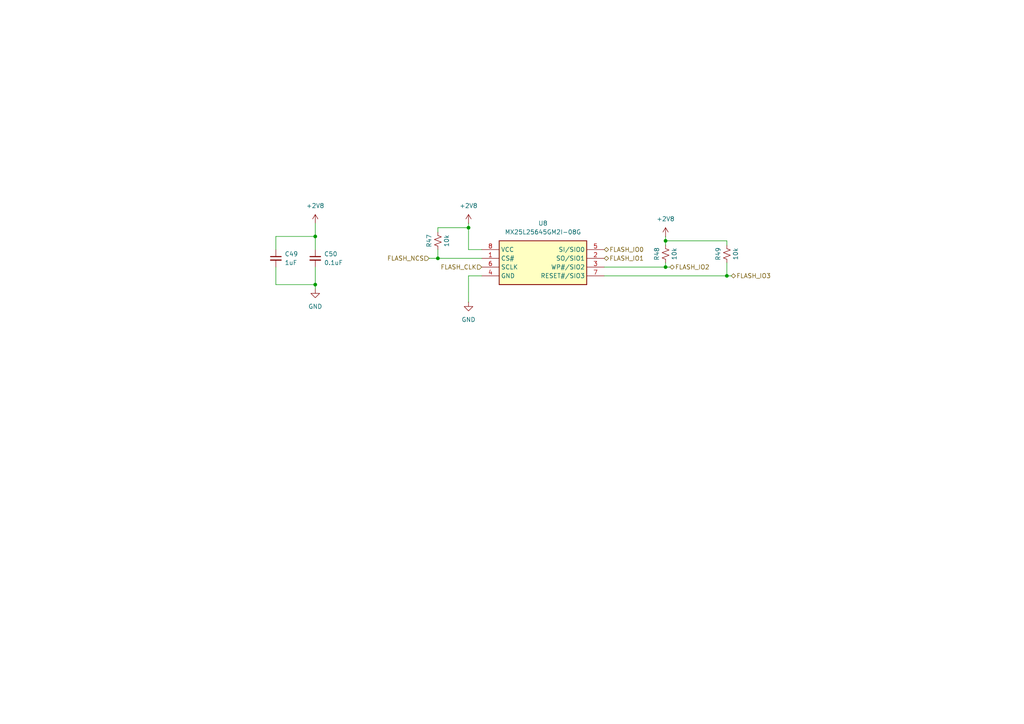
<source format=kicad_sch>
(kicad_sch (version 20250114) (generator "eeschema") (generator_version "9.0")
  (paper "A4")
  (lib_symbols
    (symbol "Device:C_Small" (pin_numbers (hide yes)) (pin_names (offset 0.254) (hide yes))
      (property "Reference" "C" (at 0.254 1.778 0))
      (property "Value" "C_Small" (at 0.254 -2.032 0))
      (symbol "C_Small_0_1"
        (polyline (pts (xy -1.524 0.508) (xy 1.524 0.508)) (stroke (width 0.3048)))
        (polyline (pts (xy -1.524 -0.508) (xy 1.524 -0.508)) (stroke (width 0.3302)))
      )
      (symbol "C_Small_1_1"
        (pin passive line (at 0 2.54 270) (length 2.032) (name "~") (number "1"))
        (pin passive line (at 0 -2.54 90) (length 2.032) (name "~") (number "2"))
      )
    )
    (symbol "Device:R_Small_US" (pin_numbers (hide yes)) (pin_names (offset 0.254) (hide yes))
      (property "Reference" "R" (at 0.762 0.508 0))
      (property "Value" "R_Small_US" (at 0.762 -1.016 0))
      (symbol "R_Small_US_1_1"
        (polyline (pts (xy 0 1.524) (xy 1.016 1.143) (xy 0 0.762) (xy -1.016 0.381) (xy 0 0)))
        (polyline (pts (xy 0 0) (xy 1.016 -0.381) (xy 0 -0.762) (xy -1.016 -1.143) (xy 0 -1.524)))
        (pin passive line (at 0 2.54 270) (length 1.016) (name "~") (number "1"))
        (pin passive line (at 0 -2.54 90) (length 1.016) (name "~") (number "2"))
      )
    )
    (symbol "canardboard:MX25L25645GM2I-08G"
      (property "Reference" "U" (at 6.604 7.366 0))
      (property "Value" "MX25L25645GM2I-08G" (at 6.604 4.826 0))
      (symbol "MX25L25645GM2I-08G_1_1"
        (rectangle (start 5.08 2.54) (end 30.48 -10.16) (stroke (width 0.254)) (fill (type background)))
        (pin passive line (at 0 0 0) (length 5.08) (name "VCC") (number "8"))
        (pin passive line (at 0 -2.54 0) (length 5.08) (name "CS#") (number "1"))
        (pin passive line (at 0 -5.08 0) (length 5.08) (name "SCLK") (number "6"))
        (pin passive line (at 0 -7.62 0) (length 5.08) (name "GND") (number "4"))
        (pin passive line (at 35.56 0 180) (length 5.08) (name "SI/SIO0") (number "5"))
        (pin passive line (at 35.56 -2.54 180) (length 5.08) (name "SO/SIO1") (number "2"))
        (pin passive line (at 35.56 -5.08 180) (length 5.08) (name "WP#/SIO2") (number "3"))
        (pin passive line (at 35.56 -7.62 180) (length 5.08) (name "RESET#/SIO3") (number "7"))
      )
    )
    (symbol "power:+3V3" (power) (pin_numbers (hide yes)) (pin_names (offset 0) (hide yes))
      (property "Value" "+3V3" (at 0 3.556 0))
      (symbol "+3V3_0_1"
        (polyline (pts (xy -0.762 1.27) (xy 0 2.54)))
        (polyline (pts (xy 0 2.54) (xy 0.762 1.27)))
        (polyline (pts (xy 0 0) (xy 0 2.54)))
      )
      (symbol "+3V3_1_1"
        (pin power_in line (at 0 0 90) (length 0) (name "~") (number "1"))
      )
    )
    (symbol "power:GND" (power) (pin_numbers (hide yes)) (pin_names (offset 0) (hide yes))
      (property "Value" "GND" (at 0 -3.81 0))
      (symbol "GND_0_1"
        (polyline (pts (xy 0 0) (xy 0 -1.27) (xy 1.27 -1.27) (xy 0 -2.54) (xy -1.27 -1.27) (xy 0 -1.27)))
      )
      (symbol "GND_1_1"
        (pin power_in line (at 0 0 270) (length 0) (name "~") (number "1"))
      )
    )
  )
  (junction (at 193.04 69.85))
  (junction (at 91.44 68.58))
  (junction (at 193.04 77.47))
  (junction (at 127 74.93))
  (junction (at 210.82 80.01))
  (junction (at 91.44 82.55))
  (junction (at 135.89 66.04))
  (wire (pts (xy 139.7 74.93) (xy 127 74.93)))
  (wire (pts (xy 127 72.39) (xy 127 74.93)))
  (wire (pts (xy 91.44 64.77) (xy 91.44 68.58)))
  (wire (pts (xy 193.04 77.47) (xy 175.26 77.47)))
  (wire (pts (xy 139.7 80.01) (xy 135.89 80.01)))
  (wire (pts (xy 210.82 76.2) (xy 210.82 80.01)))
  (wire (pts (xy 91.44 77.47) (xy 91.44 82.55)))
  (wire (pts (xy 210.82 71.12) (xy 210.82 69.85)))
  (wire (pts (xy 135.89 80.01) (xy 135.89 87.63)))
  (wire (pts (xy 80.01 68.58) (xy 91.44 68.58)))
  (wire (pts (xy 193.04 68.58) (xy 193.04 69.85)))
  (wire (pts (xy 193.04 69.85) (xy 193.04 71.12)))
  (wire (pts (xy 210.82 69.85) (xy 193.04 69.85)))
  (wire (pts (xy 127 66.04) (xy 127 67.31)))
  (wire (pts (xy 210.82 80.01) (xy 175.26 80.01)))
  (wire (pts (xy 135.89 66.04) (xy 127 66.04)))
  (wire (pts (xy 91.44 82.55) (xy 91.44 83.82)))
  (wire (pts (xy 124.46 74.93) (xy 127 74.93)))
  (wire (pts (xy 80.01 68.58) (xy 80.01 72.39)))
  (wire (pts (xy 135.89 66.04) (xy 135.89 72.39)))
  (wire (pts (xy 212.09 80.01) (xy 210.82 80.01)))
  (wire (pts (xy 80.01 82.55) (xy 91.44 82.55)))
  (wire (pts (xy 80.01 77.47) (xy 80.01 82.55)))
  (wire (pts (xy 135.89 64.77) (xy 135.89 66.04)))
  (wire (pts (xy 193.04 76.2) (xy 193.04 77.47)))
  (wire (pts (xy 91.44 68.58) (xy 91.44 72.39)))
  (wire (pts (xy 135.89 72.39) (xy 139.7 72.39)))
  (wire (pts (xy 194.31 77.47) (xy 193.04 77.47)))
  (hierarchical_label "FLASH_IO0" (shape bidirectional) (at 175.26 72.39 0))
  (hierarchical_label "FLASH_NCS" (shape input) (at 124.46 74.93 180))
  (hierarchical_label "FLASH_IO3" (shape bidirectional) (at 212.09 80.01 0))
  (hierarchical_label "FLASH_IO1" (shape bidirectional) (at 175.26 74.93 0))
  (hierarchical_label "FLASH_CLK" (shape input) (at 139.7 77.47 180))
  (hierarchical_label "FLASH_IO2" (shape bidirectional) (at 194.31 77.47 0))
  (symbol (lib_id "power:+3V3") (at 91.44 64.77 0) (unit 1)
    (property "Reference" "#PWR099" (effects (hide yes)))
    (property "Value" "+2V8" (at 91.44 59.69 0))
    (property "Description" "Power symbol creates a global label with name \"+3V3\"" (effects (hide yes)))
  )
  (symbol (lib_id "canardboard:MX25L25645GM2I-08G") (at 139.7 72.39 0) (unit 1)
    (property "Reference" "U8" (at 157.48 64.77 0))
    (property "Value" "MX25L25645GM2I-08G" (at 157.48 67.31 0))
    (property "Footprint" "canardboard:MX25L25645GM2I-08G" (effects (hide yes)))
    (property "Datasheet" "https://www.mxic.com.tw/Lists/Datasheet/Attachments/8906/MX25L25645G,%203V,%20256Mb,%20v2.0.pdf" (effects (hide yes)))
    (property "Height" "2.16" (effects (hide yes)))
    (property "Mouser Part Number" "95-25L25645GM2I0TR" (effects (hide yes)))
    (property "Mouser Price/Stock" "https://www.mouser.co.uk/ProductDetail/Macronix/MX25L25645GM2I-08G-TR?qs=mELouGlnn3ePrySf7raZ7g%3D%3D" (effects (hide yes)))
    (property "Manufacturer_Name" "Macronix" (effects (hide yes)))
    (property "Manufacturer_Part_Number" "MX25L25645GM2I-08G-TR" (effects (hide yes)))
  )
  (symbol (lib_id "power:GND") (at 91.44 83.82 0) (unit 1)
    (property "Reference" "#PWR0100" (effects (hide yes)))
    (property "Value" "GND" (at 91.44 88.9 0))
    (property "Description" "Power symbol creates a global label with name \"GND\" , ground" (effects (hide yes)))
  )
  (symbol (lib_id "power:GND") (at 135.89 87.63 0) (unit 1)
    (property "Reference" "#PWR0102" (effects (hide yes)))
    (property "Value" "GND" (at 135.89 92.71 0))
    (property "Description" "Power symbol creates a global label with name \"GND\" , ground" (effects (hide yes)))
  )
  (symbol (lib_id "Device:C_Small") (at 80.01 74.93 0) (mirror y) (unit 1)
    (property "Reference" "C49" (at 82.55 73.6662 0) (effects (justify right)))
    (property "Value" "1uF" (at 82.55 76.2062 0) (effects (justify right)))
    (property "Footprint" "Capacitor_SMD:C_0402_1005Metric" (effects (hide yes)))
    (property "Description" "Unpolarized capacitor, small symbol" (effects (hide yes)))
    (property "LCSC Part #" "C49678" (effects (hide yes)))
  )
  (symbol (lib_id "Device:R_Small_US") (at 193.04 73.66 0) (unit 1)
    (property "Reference" "R48" (at 190.5 73.66 90))
    (property "Value" "10k" (at 195.58 73.66 90))
    (property "Footprint" "Resistor_SMD:R_0402_1005Metric" (effects (hide yes)))
    (property "Description" "Resistor, small US symbol" (effects (hide yes)))
    (property "LCSC Part #" "C17414" (effects (hide yes)))
  )
  (symbol (lib_id "Device:R_Small_US") (at 210.82 73.66 0) (unit 1)
    (property "Reference" "R49" (at 208.28 73.66 90))
    (property "Value" "10k" (at 213.36 73.66 90))
    (property "Footprint" "Resistor_SMD:R_0402_1005Metric" (effects (hide yes)))
    (property "Description" "Resistor, small US symbol" (effects (hide yes)))
    (property "LCSC Part #" "C17414" (effects (hide yes)))
  )
  (symbol (lib_id "Device:C_Small") (at 91.44 74.93 0) (mirror y) (unit 1)
    (property "Reference" "C50" (at 93.98 73.6662 0) (effects (justify right)))
    (property "Value" "0.1uF" (at 93.98 76.2062 0) (effects (justify right)))
    (property "Footprint" "Capacitor_SMD:C_0402_1005Metric" (effects (hide yes)))
    (property "Description" "Unpolarized capacitor, small symbol" (effects (hide yes)))
    (property "LCSC Part #" "C49678" (effects (hide yes)))
  )
  (symbol (lib_id "power:+3V3") (at 193.04 68.58 0) (unit 1)
    (property "Reference" "#PWR0103" (effects (hide yes)))
    (property "Value" "+2V8" (at 193.04 63.5 0))
    (property "Description" "Power symbol creates a global label with name \"+3V3\"" (effects (hide yes)))
  )
  (symbol (lib_id "Device:R_Small_US") (at 127 69.85 0) (unit 1)
    (property "Reference" "R47" (at 124.46 69.85 90))
    (property "Value" "10k" (at 129.54 69.85 90))
    (property "Footprint" "Resistor_SMD:R_0402_1005Metric" (effects (hide yes)))
    (property "Description" "Resistor, small US symbol" (effects (hide yes)))
    (property "LCSC Part #" "C17414" (effects (hide yes)))
  )
  (symbol (lib_id "power:+3V3") (at 135.89 64.77 0) (unit 1)
    (property "Reference" "#PWR0101" (effects (hide yes)))
    (property "Value" "+2V8" (at 135.89 59.69 0))
    (property "Description" "Power symbol creates a global label with name \"+3V3\"" (effects (hide yes)))
  )
)
</source>
